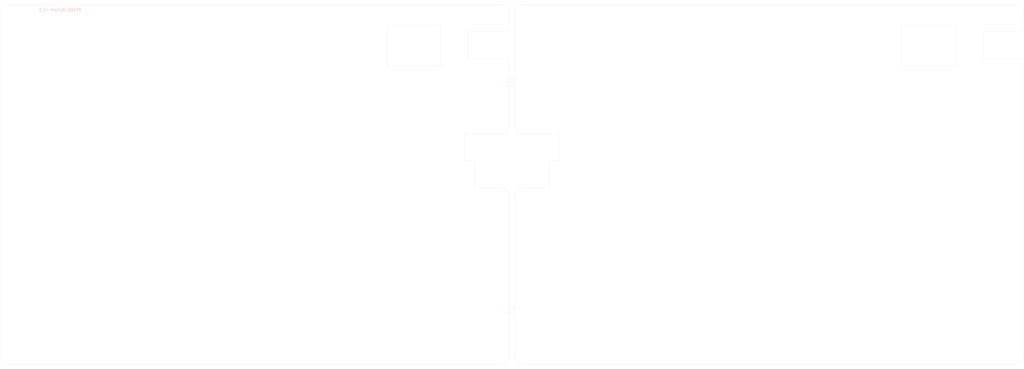
<source format=kicad_pcb>
(kicad_pcb (version 20241229) (generator "pcbnew") (generator_version "9.0")
  (layers (0 "F.Cu" signal) (2 "B.Cu" signal) (13 "F.Paste" user) (15 "B.Paste" user) (5 "F.SilkS" user "F.Silkscreen") (7 "B.SilkS" user "B.Silkscreen") (1 "F.Mask" user) (3 "B.Mask" user) (25 "Edge.Cuts" user))
  (net 0 "")
  (footprint "kbd_Hole:m2_Screw_Hole" (layer "F.Cu") (at 214.3125 35.71875)
    (property "Reference" "Ref**")
    (property "Value" "Val**")
    (pad "" np_thru_hole circle (at 0 0) (size 2.2 2.2) (drill 2.2) (layers "*.Cu" "*.Mask"))
  )
  (footprint "Rikkodo_FootPrint:rkd_cutdot" (layer "F.Cu") (at 221.158231 60.721682 90)
    (property "Reference" "REF**" (hide yes))
    (property "Value" "rkd_cutdot" (hide yes))
    (fp_line (start 1.190623 -0.297657) (end -1.190627 -0.297657) (stroke (width 0.05)) (layer "B.SilkS"))
    (fp_line (start 1.190622 0.297656) (end -1.190628 0.297656) (stroke (width 0.05)) (layer "B.SilkS"))
    (fp_line (start 1.190624 0.297656) (end 1.190482 -0.297479) (stroke (width 0.05)) (layer "Edge.Cuts"))
    (fp_line (start -1.190628 0.297656) (end -1.190768 -0.297479) (stroke (width 0.05)) (layer "Edge.Cuts"))
    (pad "" np_thru_hole circle (at -0.893198 0.000356 180) (size 0.5 0.5) (drill 0.5) (layers "*.Cu" "*.Mask"))
    (pad "" np_thru_hole circle (at -0.297886 0.000356 180) (size 0.5 0.5) (drill 0.5) (layers "*.Cu" "*.Mask"))
    (pad "" np_thru_hole circle (at 0.297426 0.000356 180) (size 0.5 0.5) (drill 0.5) (layers "*.Cu" "*.Mask"))
    (pad "" np_thru_hole circle (at 0.892738 0.000356 180) (size 0.5 0.5) (drill 0.5) (layers "*.Cu" "*.Mask"))
  )
  (footprint "Rikkodo_FootPrint:rkd_cutdot" (layer "F.Cu") (at 219.371969 140.49375 90)
    (property "Reference" "REF**" (hide yes))
    (property "Value" "rkd_cutdot" (hide yes))
    (fp_line (start 1.190623 -0.297657) (end -1.190627 -0.297657) (stroke (width 0.05)) (layer "B.SilkS"))
    (fp_line (start 1.190622 0.297656) (end -1.190628 0.297656) (stroke (width 0.05)) (layer "B.SilkS"))
    (fp_line (start 1.190624 0.297656) (end 1.190482 -0.297479) (stroke (width 0.05)) (layer "Edge.Cuts"))
    (fp_line (start -1.190628 0.297656) (end -1.190768 -0.297479) (stroke (width 0.05)) (layer "Edge.Cuts"))
    (pad "" np_thru_hole circle (at -0.893198 0.000356 180) (size 0.5 0.5) (drill 0.5) (layers "*.Cu" "*.Mask"))
    (pad "" np_thru_hole circle (at -0.297886 0.000356 180) (size 0.5 0.5) (drill 0.5) (layers "*.Cu" "*.Mask"))
    (pad "" np_thru_hole circle (at 0.297426 0.000356 180) (size 0.5 0.5) (drill 0.5) (layers "*.Cu" "*.Mask"))
    (pad "" np_thru_hole circle (at 0.892738 0.000356 180) (size 0.5 0.5) (drill 0.5) (layers "*.Cu" "*.Mask"))
  )
  (footprint "kbd_Hole:m2_Screw_Hole" (layer "F.Cu") (at 226.21875 35.71875)
    (property "Reference" "Ref**")
    (property "Value" "Val**")
    (pad "" np_thru_hole circle (at 0 0) (size 2.2 2.2) (drill 2.2) (layers "*.Cu" "*.Mask"))
  )
  (footprint "kbd_Hole:m2_Screw_Hole" (layer "F.Cu") (at 45.24375 157.1625)
    (property "Reference" "Ref**")
    (property "Value" "Val**")
    (pad "" np_thru_hole circle (at 0 0) (size 2.2 2.2) (drill 2.2) (layers "*.Cu" "*.Mask"))
  )
  (footprint "Rikkodo_FootPrint:rkd_Point_Screw_Hall" (layer "F.Cu") (at 230.98125 113.109375)
    (property "Reference" "Point1" (hide yes))
    (property "Value" "PointScrewHall" (hide yes))
    (pad "" np_thru_hole circle (at -7.25 -12) (size 2.2 2.2) (drill 2.2) (layers "*.Cu" "*.Mask"))
    (pad "" np_thru_hole circle (at -7.25 12) (size 2.2 2.2) (drill 2.2) (layers "*.Cu" "*.Mask"))
    (pad "" np_thru_hole circle (at 7.25 -12) (size 2.2 2.2) (drill 2.2) (layers "*.Cu" "*.Mask"))
    (pad "" np_thru_hole circle (at 7.25 12) (size 2.2 2.2) (drill 2.2) (layers "*.Cu" "*.Mask"))
  )
  (footprint "kbd_Hole:m2_Screw_Hole" (layer "F.Cu") (at 102.39375 78.58125)
    (property "Reference" "Ref**")
    (property "Value" "Val**")
    (pad "" np_thru_hole circle (at 0 0) (size 2.2 2.2) (drill 2.2) (layers "*.Cu" "*.Mask"))
  )
  (footprint "kbd_Hole:m2_Screw_Hole" (layer "F.Cu") (at 176.2125 35.71875)
    (property "Reference" "Ref**")
    (property "Value" "Val**")
    (pad "" np_thru_hole circle (at 0 0) (size 2.2 2.2) (drill 2.2) (layers "*.Cu" "*.Mask"))
  )
  (footprint "kbd_Hole:m2_Screw_Hole" (layer "F.Cu") (at 300.0375 116.68125)
    (property "Reference" "Ref**")
    (property "Value" "Val**")
    (pad "" np_thru_hole circle (at 0 0) (size 2.2 2.2) (drill 2.2) (layers "*.Cu" "*.Mask"))
  )
  (footprint "kbd_Hole:m2_Screw_Hole" (layer "F.Cu") (at 395.2875 157.1625)
    (property "Reference" "Ref**")
    (property "Value" "Val**")
    (pad "" np_thru_hole circle (at 0 0) (size 2.2 2.2) (drill 2.2) (layers "*.Cu" "*.Mask"))
  )
  (footprint "Rikkodo_FootPrint:rkd_cutdot" (layer "F.Cu") (at 219.372295 60.721912 90)
    (property "Reference" "REF**" (hide yes))
    (property "Value" "rkd_cutdot" (hide yes))
    (fp_line (start 1.190623 -0.297657) (end -1.190627 -0.297657) (stroke (width 0.05)) (layer "B.SilkS"))
    (fp_line (start 1.190622 0.297656) (end -1.190628 0.297656) (stroke (width 0.05)) (layer "B.SilkS"))
    (fp_line (start 1.190624 0.297656) (end 1.190482 -0.297479) (stroke (width 0.05)) (layer "Edge.Cuts"))
    (fp_line (start -1.190628 0.297656) (end -1.190768 -0.297479) (stroke (width 0.05)) (layer "Edge.Cuts"))
    (pad "" np_thru_hole circle (at -0.893198 0.000356 180) (size 0.5 0.5) (drill 0.5) (layers "*.Cu" "*.Mask"))
    (pad "" np_thru_hole circle (at -0.297886 0.000356 180) (size 0.5 0.5) (drill 0.5) (layers "*.Cu" "*.Mask"))
    (pad "" np_thru_hole circle (at 0.297426 0.000356 180) (size 0.5 0.5) (drill 0.5) (layers "*.Cu" "*.Mask"))
    (pad "" np_thru_hole circle (at 0.892738 0.000356 180) (size 0.5 0.5) (drill 0.5) (layers "*.Cu" "*.Mask"))
  )
  (footprint "kbd_Hole:m2_Screw_Hole" (layer "F.Cu") (at 357.1875 35.71875)
    (property "Reference" "Ref**")
    (property "Value" "Val**")
    (pad "" np_thru_hole circle (at 0 0) (size 2.2 2.2) (drill 2.2) (layers "*.Cu" "*.Mask"))
  )
  (footprint "Rikkodo_FootPrint:rkd_cutdot" (layer "F.Cu") (at 221.158408 140.49375 90)
    (property "Reference" "REF**" (hide yes))
    (property "Value" "rkd_cutdot" (hide yes))
    (fp_line (start 1.190623 -0.297657) (end -1.190627 -0.297657) (stroke (width 0.05)) (layer "B.SilkS"))
    (fp_line (start 1.190622 0.297656) (end -1.190628 0.297656) (stroke (width 0.05)) (layer "B.SilkS"))
    (fp_line (start 1.190624 0.297656) (end 1.190482 -0.297479) (stroke (width 0.05)) (layer "Edge.Cuts"))
    (fp_line (start -1.190628 0.297656) (end -1.190768 -0.297479) (stroke (width 0.05)) (layer "Edge.Cuts"))
    (pad "" np_thru_hole circle (at -0.893198 0.000356 180) (size 0.5 0.5) (drill 0.5) (layers "*.Cu" "*.Mask"))
    (pad "" np_thru_hole circle (at -0.297886 0.000356 180) (size 0.5 0.5) (drill 0.5) (layers "*.Cu" "*.Mask"))
    (pad "" np_thru_hole circle (at 0.297426 0.000356 180) (size 0.5 0.5) (drill 0.5) (layers "*.Cu" "*.Mask"))
    (pad "" np_thru_hole circle (at 0.892738 0.000356 180) (size 0.5 0.5) (drill 0.5) (layers "*.Cu" "*.Mask"))
  )
  (footprint "kbd_Hole:m2_Screw_Hole" (layer "F.Cu") (at 226.21875 157.1625)
    (property "Reference" "Ref**")
    (property "Value" "Val**")
    (pad "" np_thru_hole circle (at 0 0) (size 2.2 2.2) (drill 2.2) (layers "*.Cu" "*.Mask"))
  )
  (footprint "kbd_Hole:m2_Screw_Hole" (layer "F.Cu") (at 45.24375 35.71875)
    (property "Reference" "Ref**")
    (property "Value" "Val**")
    (pad "" np_thru_hole circle (at 0 0) (size 2.2 2.2) (drill 2.2) (layers "*.Cu" "*.Mask"))
  )
  (footprint "kbd_Hole:m2_Screw_Hole" (layer "F.Cu") (at 395.2875 35.71875)
    (property "Reference" "Ref**")
    (property "Value" "Val**")
    (pad "" np_thru_hole circle (at 0 0) (size 2.2 2.2) (drill 2.2) (layers "*.Cu" "*.Mask"))
  )
  (footprint "Rikkodo_FootPrint:rkd_Point_Screw_Hall" (layer "F.Cu") (at 209.55 113.109375)
    (property "Reference" "Point1" (hide yes))
    (property "Value" "PointScrewHall" (hide yes))
    (pad "" np_thru_hole circle (at -7.25 -12) (size 2.2 2.2) (drill 2.2) (layers "*.Cu" "*.Mask"))
    (pad "" np_thru_hole circle (at -7.25 12) (size 2.2 2.2) (drill 2.2) (layers "*.Cu" "*.Mask"))
    (pad "" np_thru_hole circle (at 7.25 -12) (size 2.2 2.2) (drill 2.2) (layers "*.Cu" "*.Mask"))
    (pad "" np_thru_hole circle (at 7.25 12) (size 2.2 2.2) (drill 2.2) (layers "*.Cu" "*.Mask"))
  )
  (footprint "kbd_Hole:m2_Screw_Hole" (layer "F.Cu") (at 154.78125 116.68125)
    (property "Reference" "Ref**")
    (property "Value" "Val**")
    (pad "" np_thru_hole circle (at 0 0) (size 2.2 2.2) (drill 2.2) (layers "*.Cu" "*.Mask"))
  )
  (footprint "kbd_Hole:m2_Screw_Hole" (layer "F.Cu") (at 214.3125 157.1625)
    (property "Reference" "Ref**")
    (property "Value" "Val**")
    (pad "" np_thru_hole circle (at 0 0) (size 2.2 2.2) (drill 2.2) (layers "*.Cu" "*.Mask"))
  )
  (footprint "kbd_Hole:m2_Screw_Hole" (layer "F.Cu") (at 323.85 78.58125)
    (property "Reference" "Ref**")
    (property "Value" "Val**")
    (pad "" np_thru_hole circle (at 0 0) (size 2.2 2.2) (drill 2.2) (layers "*.Cu" "*.Mask"))
  )
  (gr_arc (start 221.437572 35.718822) (mid 222.135009 34.034997) (end 223.818822 33.337572) (stroke (width 0.05)) (layer "Edge.Cuts"))
  (gr_arc (start 216.693772 97.631228) (mid 218.377569 98.328692) (end 219.075022 100.012478) (stroke (width 0.05)) (layer "Edge.Cuts"))
  (gr_arc (start 219.074953 157.162456) (mid 218.37751 158.84627) (end 216.693703 159.543706) (stroke (width 0.05)) (layer "Edge.Cuts"))
  (gr_line (start 207.168662 88.10625) (end 203.596787 88.10625) (stroke (width 0.05)) (layer "Edge.Cuts"))
  (gr_line (start 204.787412 52.3875) (end 219.074912 52.3875) (stroke (width 0.05)) (layer "Edge.Cuts"))
  (gr_line (start 40.462543 35.718793) (end 40.48125 157.162457) (stroke (width 0.05)) (layer "Edge.Cuts"))
  (gr_line (start 385.7625 42.8625) (end 385.7625 52.3875) (stroke (width 0.05)) (layer "Edge.Cuts"))
  (gr_line (start 400.050057 52.3875) (end 400.049957 157.162457) (stroke (width 0.05)) (layer "Edge.Cuts"))
  (gr_arc (start 216.693725 33.345431) (mid 218.377459 34.042841) (end 219.074887 35.726568) (stroke (width 0.05)) (layer "Edge.Cuts"))
  (gr_line (start 219.074912 52.3875) (end 219.074816 59.53143) (stroke (width 0.05)) (layer "Edge.Cuts"))
  (gr_line (start 219.074908 61.91268) (end 219.074912 76.2) (stroke (width 0.05)) (layer "Edge.Cuts"))
  (gr_line (start 397.66875 159.543664) (end 223.837543 159.543707) (stroke (width 0.05)) (layer "Edge.Cuts"))
  (gr_line (start 221.455887 59.531058) (end 221.437572 35.718822) (stroke (width 0.05)) (layer "Edge.Cuts"))
  (gr_line (start 207.168662 97.63125) (end 216.69375 97.63125) (stroke (width 0.05)) (layer "Edge.Cuts"))
  (gr_line (start 207.168662 88.10625) (end 207.168662 97.63125) (stroke (width 0.05)) (layer "Edge.Cuts"))
  (gr_line (start 385.7625 52.3875) (end 400.05 52.3875) (stroke (width 0.05)) (layer "Edge.Cuts"))
  (gr_line (start 233.36261 88.1062) (end 233.36261 97.6312) (stroke (width 0.05)) (layer "Edge.Cuts"))
  (gr_line (start 221.456321 76.2) (end 221.455887 61.91231) (stroke (width 0.05)) (layer "Edge.Cuts"))
  (gr_line (start 400.05 42.8625) (end 400.05 35.7188) (stroke (width 0.05)) (layer "Edge.Cuts"))
  (gr_line (start 219.074912 42.8625) (end 219.074887 35.726568) (stroke (width 0.05)) (layer "Edge.Cuts"))
  (gr_line (start 219.669625 139.303054) (end 220.860929 139.303196) (stroke (width 0.05)) (layer "Edge.Cuts"))
  (gr_line (start 219.07449 141.684518) (end 219.075 157.1625) (stroke (width 0.05)) (layer "Edge.Cuts"))
  (gr_line (start 233.36261 97.6312) (end 223.837522 97.6312) (stroke (width 0.05)) (layer "Edge.Cuts"))
  (gr_line (start 223.83761 78.5812) (end 236.934485 78.58125) (stroke (width 0.05)) (layer "Edge.Cuts"))
  (gr_line (start 376.2375 54.76875) (end 376.2375 40.48125) (stroke (width 0.05)) (layer "Edge.Cuts"))
  (gr_line (start 216.693725 33.3376) (end 42.862656 33.337187) (stroke (width 0.05)) (layer "Edge.Cuts"))
  (gr_arc (start 40.462112 35.718793) (mid 41.166342 34.02804) (end 42.862605 33.337187) (stroke (width 0.05)) (layer "Edge.Cuts"))
  (gr_line (start 176.212412 40.48125) (end 176.212412 54.76875) (stroke (width 0.05)) (layer "Edge.Cuts"))
  (gr_line (start 219.669625 141.684375) (end 220.860395 141.684374) (stroke (width 0.05)) (layer "Edge.Cuts"))
  (gr_line (start 204.787412 42.8625) (end 204.787412 52.3875) (stroke (width 0.05)) (layer "Edge.Cuts"))
  (gr_line (start 219.074912 42.8625) (end 204.787412 42.8625) (stroke (width 0.05)) (layer "Edge.Cuts"))
  (gr_arc (start 223.837571 78.58125) (mid 222.153779 77.883792) (end 221.456321 76.2) (stroke (width 0.05)) (layer "Edge.Cuts"))
  (gr_line (start 376.2375 40.48125) (end 357.1875 40.48125) (stroke (width 0.05)) (layer "Edge.Cuts"))
  (gr_arc (start 221.45625 100.012428) (mid 222.153708 98.328636) (end 223.8375 97.631178) (stroke (width 0.05)) (layer "Edge.Cuts"))
  (gr_line (start 221.456293 157.162457) (end 221.456064 141.684378) (stroke (width 0.05)) (layer "Edge.Cuts"))
  (gr_line (start 216.693703 159.543706) (end 42.8625 159.54375) (stroke (width 0.05)) (layer "Edge.Cuts"))
  (gr_arc (start 400.049957 157.162457) (mid 399.352514 158.846271) (end 397.668707 159.543707) (stroke (width 0.05)) (layer "Edge.Cuts"))
  (gr_line (start 219.669951 59.531288) (end 220.860752 59.5312) (stroke (width 0.05)) (layer "Edge.Cuts"))
  (gr_line (start 397.702358 33.3375) (end 223.818822 33.337572) (stroke (width 0.05)) (layer "Edge.Cuts"))
  (gr_line (start 357.1875 54.76875) (end 376.2375 54.76875) (stroke (width 0.05)) (layer "Edge.Cuts"))
  (gr_line (start 219.669951 61.91254) (end 220.860752 61.91245) (stroke (width 0.05)) (layer "Edge.Cuts"))
  (gr_arc (start 223.837543 159.543707) (mid 222.153729 158.846264) (end 221.456293 157.162457) (stroke (width 0.05)) (layer "Edge.Cuts"))
  (gr_arc (start 397.702358 33.3375) (mid 399.364574 34.046727) (end 400.050237 35.7188) (stroke (width 0.05)) (layer "Edge.Cuts"))
  (gr_line (start 236.934485 78.58125) (end 236.934485 88.1062) (stroke (width 0.05)) (layer "Edge.Cuts"))
  (gr_line (start 203.596787 78.58125) (end 203.596787 88.10625) (stroke (width 0.05)) (layer "Edge.Cuts"))
  (gr_arc (start 219.074951 76.20005) (mid 218.377487 77.883847) (end 216.693701 78.5813) (stroke (width 0.05)) (layer "Edge.Cuts"))
  (gr_line (start 221.45625 100.0125) (end 221.456064 139.303126) (stroke (width 0.05)) (layer "Edge.Cuts"))
  (gr_line (start 216.693662 78.58125) (end 203.596787 78.58125) (stroke (width 0.05)) (layer "Edge.Cuts"))
  (gr_line (start 219.074749 100.012478) (end 219.07449 139.303268) (stroke (width 0.05)) (layer "Edge.Cuts"))
  (gr_arc (start 42.8625 159.543707) (mid 41.178686 158.846264) (end 40.48125 157.162457) (stroke (width 0.05)) (layer "Edge.Cuts"))
  (gr_line (start 176.212412 54.76875) (end 195.262412 54.76875) (stroke (width 0.05)) (layer "Edge.Cuts"))
  (gr_line (start 400.05 42.8625) (end 385.7625 42.8625) (stroke (width 0.05)) (layer "Edge.Cuts"))
  (gr_line (start 233.36261 88.1062) (end 236.934485 88.1062) (stroke (width 0.05)) (layer "Edge.Cuts"))
  (gr_line (start 195.262412 54.76875) (end 195.262412 40.48125) (stroke (width 0.05)) (layer "Edge.Cuts"))
  (gr_line (start 357.1875 40.48125) (end 357.1875 54.76875) (stroke (width 0.05)) (layer "Edge.Cuts"))
  (gr_line (start 195.262412 40.48125) (end 176.212412 40.48125) (stroke (width 0.05)) (layer "Edge.Cuts"))
  (gr_text "RKD06_Bottom v1.0" (at 69.05625 35.71875 0) (layer "B.SilkS") (effects (font (size 1 1) (thickness 0.1)) (justify left bottom mirror)))
)
</source>
